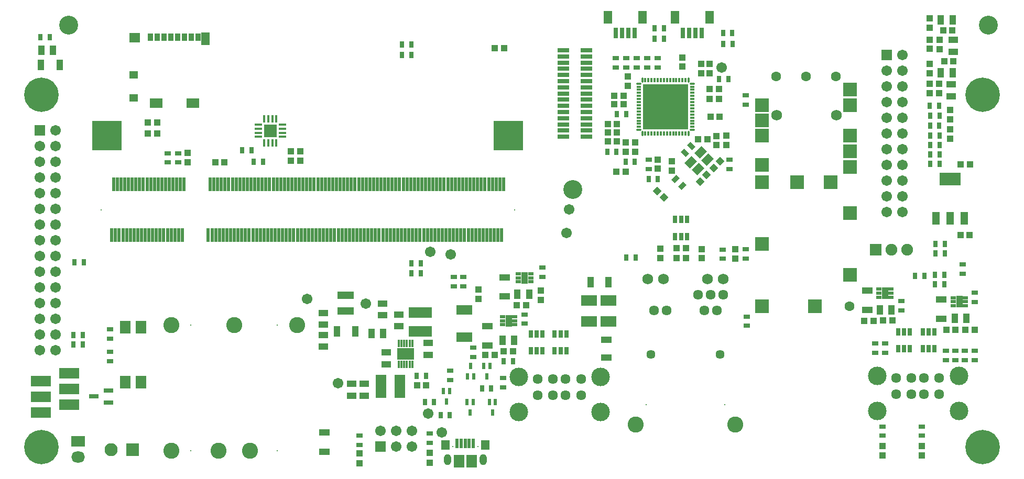
<source format=gts>
G04*
G04 #@! TF.GenerationSoftware,Altium Limited,Altium Designer,21.2.2 (38)*
G04*
G04 Layer_Color=8388736*
%FSAX25Y25*%
%MOIN*%
G70*
G04*
G04 #@! TF.SameCoordinates,D0FF6B23-36CC-4740-AB7B-40CE6848005B*
G04*
G04*
G04 #@! TF.FilePolarity,Negative*
G04*
G01*
G75*
%ADD75R,0.04343X0.03162*%
%ADD76C,0.06706*%
%ADD77R,0.06706X0.06706*%
%ADD78R,0.04724X0.01575*%
%ADD79R,0.01575X0.04724*%
%ADD80R,0.08268X0.08268*%
%ADD81R,0.03162X0.04343*%
%ADD82R,0.03950X0.03950*%
%ADD83R,0.03162X0.06902*%
%ADD84R,0.05524X0.07887*%
%ADD85R,0.03162X0.04737*%
%ADD86R,0.03950X0.03950*%
G04:AMPARAMS|DCode=87|XSize=14.96mil|YSize=31.1mil|CornerRadius=4.17mil|HoleSize=0mil|Usage=FLASHONLY|Rotation=270.000|XOffset=0mil|YOffset=0mil|HoleType=Round|Shape=RoundedRectangle|*
%AMROUNDEDRECTD87*
21,1,0.01496,0.02276,0,0,270.0*
21,1,0.00661,0.03110,0,0,270.0*
1,1,0.00835,-0.01138,-0.00331*
1,1,0.00835,-0.01138,0.00331*
1,1,0.00835,0.01138,0.00331*
1,1,0.00835,0.01138,-0.00331*
%
%ADD87ROUNDEDRECTD87*%
G04:AMPARAMS|DCode=88|XSize=14.96mil|YSize=31.1mil|CornerRadius=4.17mil|HoleSize=0mil|Usage=FLASHONLY|Rotation=180.000|XOffset=0mil|YOffset=0mil|HoleType=Round|Shape=RoundedRectangle|*
%AMROUNDEDRECTD88*
21,1,0.01496,0.02276,0,0,180.0*
21,1,0.00661,0.03110,0,0,180.0*
1,1,0.00835,-0.00331,0.01138*
1,1,0.00835,0.00331,0.01138*
1,1,0.00835,0.00331,-0.01138*
1,1,0.00835,-0.00331,-0.01138*
%
%ADD88ROUNDEDRECTD88*%
%ADD89R,0.03110X0.01496*%
%ADD90R,0.01496X0.03110*%
%ADD91R,0.29134X0.29134*%
%ADD92C,0.12000*%
%ADD93R,0.03753X0.01981*%
%ADD94R,0.04068X0.07296*%
%ADD95R,0.04343X0.05918*%
%ADD96R,0.05918X0.04343*%
%ADD97R,0.07099X0.04343*%
%ADD98P,0.05586X4X180.0*%
%ADD99P,0.05586X4X90.0*%
%ADD100R,0.18517X0.18910*%
%ADD101R,0.02178X0.08674*%
%ADD102R,0.07296X0.03162*%
%ADD103R,0.12611X0.06706*%
%ADD104R,0.14973X0.06706*%
%ADD105R,0.02375X0.04147*%
G04:AMPARAMS|DCode=106|XSize=31.62mil|YSize=43.43mil|CornerRadius=0mil|HoleSize=0mil|Usage=FLASHONLY|Rotation=135.000|XOffset=0mil|YOffset=0mil|HoleType=Round|Shape=Rectangle|*
%AMROTATEDRECTD106*
4,1,4,0.02654,0.00418,-0.00418,-0.02654,-0.02654,-0.00418,0.00418,0.02654,0.02654,0.00418,0.0*
%
%ADD106ROTATEDRECTD106*%

G04:AMPARAMS|DCode=107|XSize=31.62mil|YSize=43.43mil|CornerRadius=0mil|HoleSize=0mil|Usage=FLASHONLY|Rotation=45.000|XOffset=0mil|YOffset=0mil|HoleType=Round|Shape=Rectangle|*
%AMROTATEDRECTD107*
4,1,4,0.00418,-0.02654,-0.02654,0.00418,-0.00418,0.02654,0.02654,-0.00418,0.00418,-0.02654,0.0*
%
%ADD107ROTATEDRECTD107*%

%ADD108R,0.01784X0.04737*%
%ADD109R,0.10642X0.07493*%
%ADD110R,0.04737X0.08083*%
%ADD111R,0.13398X0.08083*%
%ADD112R,0.01981X0.06115*%
G04:AMPARAMS|DCode=113|XSize=63.12mil|YSize=51.31mil|CornerRadius=0mil|HoleSize=0mil|Usage=FLASHONLY|Rotation=225.000|XOffset=0mil|YOffset=0mil|HoleType=Round|Shape=Rectangle|*
%AMROTATEDRECTD113*
4,1,4,0.00418,0.04046,0.04046,0.00418,-0.00418,-0.04046,-0.04046,-0.00418,0.00418,0.04046,0.0*
%
%ADD113ROTATEDRECTD113*%

%ADD114R,0.06706X0.14973*%
%ADD115R,0.04343X0.07099*%
%ADD116R,0.08280X0.06115*%
%ADD117R,0.05406X0.07887*%
%ADD118R,0.03753X0.05131*%
%ADD119R,0.06902X0.06115*%
%ADD120R,0.05524X0.04737*%
%ADD121R,0.07099X0.08083*%
%ADD122R,0.06312X0.03162*%
%ADD123R,0.02572X0.05131*%
%ADD124R,0.10446X0.06902*%
%ADD125R,0.05524X0.06312*%
%ADD126R,0.06902X0.08280*%
%ADD127R,0.01968X0.05906*%
%ADD128C,0.11824*%
%ADD129C,0.06343*%
%ADD130C,0.21850*%
%ADD131R,0.00800X0.00800*%
%ADD132R,0.06706X0.06706*%
%ADD133C,0.06312*%
%ADD134R,0.08674X0.08674*%
%ADD135C,0.06902*%
%ADD136C,0.00800*%
%ADD137C,0.05721*%
%ADD138C,0.10249*%
%ADD139C,0.06824*%
%ADD140R,0.08674X0.07099*%
%ADD141O,0.08674X0.07099*%
%ADD142R,0.08280X0.08280*%
%ADD143C,0.08280*%
%ADD144C,0.07493*%
%ADD145R,0.07493X0.07493*%
%ADD146O,0.04737X0.07099*%
D75*
X0985626Y0363098D02*
D03*
Y0369004D02*
D03*
X0978894Y0363150D02*
D03*
Y0369055D02*
D03*
X0972142Y0363146D02*
D03*
Y0369051D02*
D03*
X0965421Y0363122D02*
D03*
Y0369027D02*
D03*
X0687207Y0308506D02*
D03*
Y0302600D02*
D03*
X0680419Y0308506D02*
D03*
Y0302600D02*
D03*
X0802498Y0122843D02*
D03*
Y0128748D02*
D03*
X0846998Y0124045D02*
D03*
Y0129951D02*
D03*
X0860248Y0169998D02*
D03*
Y0164093D02*
D03*
X0874658Y0178776D02*
D03*
Y0184681D02*
D03*
X1136665Y0187240D02*
D03*
Y0181335D02*
D03*
X0868555Y0229760D02*
D03*
Y0223854D02*
D03*
X0862453Y0229760D02*
D03*
Y0223854D02*
D03*
X0986469Y0298362D02*
D03*
Y0304268D02*
D03*
X1048083Y0247378D02*
D03*
Y0241472D02*
D03*
X1033614Y0247181D02*
D03*
Y0241276D02*
D03*
X0992157Y0369031D02*
D03*
Y0363126D02*
D03*
X1037945Y0298362D02*
D03*
Y0304268D02*
D03*
X1135248Y0134498D02*
D03*
Y0128593D02*
D03*
X1159998Y0134498D02*
D03*
Y0128593D02*
D03*
X1175346Y0176709D02*
D03*
Y0182614D02*
D03*
X1187551Y0176709D02*
D03*
Y0182614D02*
D03*
X1181449Y0176709D02*
D03*
Y0182614D02*
D03*
X1193653Y0176709D02*
D03*
Y0182614D02*
D03*
X1048969Y0198559D02*
D03*
Y0204465D02*
D03*
X1047984Y0339307D02*
D03*
Y0345213D02*
D03*
X0643850Y0196394D02*
D03*
Y0190488D02*
D03*
X0643653Y0176118D02*
D03*
Y0182024D02*
D03*
X0893752Y0165291D02*
D03*
Y0159386D02*
D03*
X0907433Y0205842D02*
D03*
Y0199937D02*
D03*
X0918653Y0235567D02*
D03*
Y0229661D02*
D03*
X1193850Y0219720D02*
D03*
Y0213815D02*
D03*
X1186075Y0231827D02*
D03*
Y0237732D02*
D03*
X1147098Y0208401D02*
D03*
Y0214307D02*
D03*
X1130563Y0187240D02*
D03*
Y0181335D02*
D03*
D76*
X1147886Y0271118D02*
D03*
X1137886D02*
D03*
X1147886Y0281118D02*
D03*
X1137886D02*
D03*
Y0291118D02*
D03*
X1147886D02*
D03*
Y0301118D02*
D03*
X1137886D02*
D03*
Y0311118D02*
D03*
X1147886D02*
D03*
Y0321118D02*
D03*
X1137886D02*
D03*
Y0331118D02*
D03*
X1147886D02*
D03*
Y0341118D02*
D03*
X1137886D02*
D03*
Y0351118D02*
D03*
X1147886D02*
D03*
X1137886Y0361118D02*
D03*
X1147886D02*
D03*
Y0371118D02*
D03*
X0788831Y0161945D02*
D03*
X0806646Y0212535D02*
D03*
X0847591Y0245606D02*
D03*
X0860386Y0244130D02*
D03*
X0769146Y0215587D02*
D03*
X0935681Y0272772D02*
D03*
X0934106Y0257614D02*
D03*
X1032925Y0363028D02*
D03*
X0854677Y0130646D02*
D03*
X0846114Y0142850D02*
D03*
X0815748Y0131795D02*
D03*
X0825748Y0121795D02*
D03*
Y0131795D02*
D03*
X0835748Y0121795D02*
D03*
Y0131795D02*
D03*
X0609264Y0322988D02*
D03*
X0599264Y0312988D02*
D03*
X0609264D02*
D03*
X0599264Y0302988D02*
D03*
X0609264D02*
D03*
X0599264Y0292988D02*
D03*
X0609264D02*
D03*
X0599264Y0282988D02*
D03*
X0609264D02*
D03*
X0599264Y0272988D02*
D03*
X0609264D02*
D03*
X0599264Y0262988D02*
D03*
X0609264D02*
D03*
X0599264Y0252988D02*
D03*
X0609264D02*
D03*
X0599264Y0242988D02*
D03*
X0609264D02*
D03*
X0599264Y0232988D02*
D03*
X0609264D02*
D03*
X0599264Y0222988D02*
D03*
X0609264D02*
D03*
X0599264Y0212988D02*
D03*
X0609264D02*
D03*
X0599264Y0202988D02*
D03*
X0609264D02*
D03*
X0599264Y0192988D02*
D03*
X0609264D02*
D03*
X0599264Y0182988D02*
D03*
X0609264D02*
D03*
D77*
X1137886Y0371118D02*
D03*
X0599264Y0322988D02*
D03*
D78*
X0753398Y0318933D02*
D03*
Y0321492D02*
D03*
Y0324051D02*
D03*
Y0326610D02*
D03*
X0738043D02*
D03*
Y0324051D02*
D03*
Y0321492D02*
D03*
Y0318933D02*
D03*
D79*
X0749559Y0330449D02*
D03*
X0747000D02*
D03*
X0744441D02*
D03*
X0741882D02*
D03*
Y0315094D02*
D03*
X0744441D02*
D03*
X0747000D02*
D03*
X0749559D02*
D03*
D80*
X0745720Y0322772D02*
D03*
D81*
X0733713Y0310370D02*
D03*
X0727807D02*
D03*
X0741094Y0303185D02*
D03*
X0735189D02*
D03*
X1033811Y0378087D02*
D03*
X1039717D02*
D03*
X1033713Y0384976D02*
D03*
X1039618D02*
D03*
X0990209Y0381335D02*
D03*
X0996114D02*
D03*
X0990209Y0388126D02*
D03*
X0996114D02*
D03*
X0838795Y0166545D02*
D03*
X0844701D02*
D03*
X0835482Y0371069D02*
D03*
X0829577D02*
D03*
X0835530Y0377569D02*
D03*
X0829624D02*
D03*
X0841390Y0238224D02*
D03*
X0835484D02*
D03*
X0841403Y0232189D02*
D03*
X0835498D02*
D03*
X1155858Y0230252D02*
D03*
X1161764D02*
D03*
X0621114Y0238913D02*
D03*
X0627020D02*
D03*
X0626331Y0192555D02*
D03*
X0620425D02*
D03*
X0620425Y0186551D02*
D03*
X0626331D02*
D03*
X0986370Y0292063D02*
D03*
X0992276D02*
D03*
X0971705Y0302988D02*
D03*
X0977610D02*
D03*
X0972197Y0333205D02*
D03*
X0966291D02*
D03*
X0972197Y0242063D02*
D03*
X0978102D02*
D03*
X0960006Y0309399D02*
D03*
X0965911D02*
D03*
X1031252Y0355744D02*
D03*
X1037158D02*
D03*
X0844045Y0150045D02*
D03*
X0849951D02*
D03*
X0854045Y0141795D02*
D03*
X0859951D02*
D03*
X0599461Y0382417D02*
D03*
X0605366D02*
D03*
X1165504Y0313815D02*
D03*
X1171409D02*
D03*
X1165492Y0319837D02*
D03*
X1171398D02*
D03*
X1165307Y0338618D02*
D03*
X1171213D02*
D03*
X1165492Y0332337D02*
D03*
X1171398D02*
D03*
X1174547Y0224892D02*
D03*
X1168642D02*
D03*
X1168642Y0230892D02*
D03*
X1174547D02*
D03*
X1165405Y0326118D02*
D03*
X1171311D02*
D03*
X1174854Y0244720D02*
D03*
X1168949D02*
D03*
X1168850Y0250724D02*
D03*
X1174756D02*
D03*
X1165492Y0307693D02*
D03*
X1171398D02*
D03*
X1165492Y0301587D02*
D03*
X1171398D02*
D03*
X0880366Y0158795D02*
D03*
X0886272D02*
D03*
X0894244Y0176118D02*
D03*
X0900150D02*
D03*
D82*
X0764913Y0309681D02*
D03*
Y0303776D02*
D03*
X0758713Y0309583D02*
D03*
Y0303677D02*
D03*
X0693161Y0308598D02*
D03*
Y0302693D02*
D03*
X1020130Y0241571D02*
D03*
Y0247476D02*
D03*
X0993752Y0241669D02*
D03*
Y0247575D02*
D03*
X1041587Y0241374D02*
D03*
Y0247280D02*
D03*
X0972984Y0351315D02*
D03*
Y0357220D02*
D03*
X1007905Y0369524D02*
D03*
Y0363618D02*
D03*
X0992228Y0298559D02*
D03*
Y0304465D02*
D03*
X1035681Y0313717D02*
D03*
Y0319622D02*
D03*
X1001134Y0297378D02*
D03*
Y0303283D02*
D03*
X1025150Y0365390D02*
D03*
Y0359484D02*
D03*
X1019650Y0365390D02*
D03*
Y0359484D02*
D03*
X0878201Y0215685D02*
D03*
Y0221590D02*
D03*
X1165110Y0365390D02*
D03*
Y0359484D02*
D03*
X1165043Y0394338D02*
D03*
Y0388433D02*
D03*
X1171311Y0346787D02*
D03*
Y0352693D02*
D03*
X1178224Y0336035D02*
D03*
Y0330130D02*
D03*
X1171606Y0374858D02*
D03*
Y0380764D02*
D03*
X1165110Y0346787D02*
D03*
Y0352693D02*
D03*
X1178173Y0317783D02*
D03*
Y0323689D02*
D03*
X1165043Y0374933D02*
D03*
Y0380839D02*
D03*
X0802498Y0111146D02*
D03*
Y0117445D02*
D03*
X0846998Y0111396D02*
D03*
Y0117695D02*
D03*
X1135248Y0115896D02*
D03*
Y0122195D02*
D03*
X1159998Y0115896D02*
D03*
Y0122195D02*
D03*
X1029480Y0313618D02*
D03*
Y0319524D02*
D03*
X0917768Y0221000D02*
D03*
Y0215094D02*
D03*
D83*
X1008220Y0384927D02*
D03*
X1012158D02*
D03*
X1016094D02*
D03*
X1020032D02*
D03*
X0965602D02*
D03*
X0969539D02*
D03*
X0973476D02*
D03*
X0977413D02*
D03*
D84*
X1025150Y0394868D02*
D03*
X1003102D02*
D03*
X0982532D02*
D03*
X0960484D02*
D03*
D85*
X1010779Y0266276D02*
D03*
X1007039D02*
D03*
X1003299D02*
D03*
Y0255449D02*
D03*
X1007039D02*
D03*
X1010779D02*
D03*
X0915110Y0193441D02*
D03*
Y0182614D02*
D03*
X0918850D02*
D03*
X0911370D02*
D03*
X0918850Y0193441D02*
D03*
X0911370D02*
D03*
X0930366D02*
D03*
X0926626Y0182614D02*
D03*
X0930366D02*
D03*
X0934106D02*
D03*
Y0193441D02*
D03*
X0926626D02*
D03*
X1168260Y0194720D02*
D03*
X1164520D02*
D03*
X1160779D02*
D03*
Y0183894D02*
D03*
X1164520D02*
D03*
X1168260D02*
D03*
X1152610Y0194720D02*
D03*
X1148870D02*
D03*
X1145130D02*
D03*
Y0183894D02*
D03*
X1148870D02*
D03*
X1152610D02*
D03*
D86*
X1010091Y0241571D02*
D03*
X1004185D02*
D03*
X0844951Y0160545D02*
D03*
X0839045D02*
D03*
X0716587Y0302791D02*
D03*
X0710681D02*
D03*
X1184697Y0256433D02*
D03*
X1190602D02*
D03*
X1190799Y0301512D02*
D03*
X1184894D02*
D03*
X0894441Y0375429D02*
D03*
X0888535D02*
D03*
X1004185Y0247870D02*
D03*
X1010091D02*
D03*
X0965799Y0296590D02*
D03*
X0971705D02*
D03*
X0964626Y0339551D02*
D03*
X0970531D02*
D03*
X1031055Y0349248D02*
D03*
X1025150D02*
D03*
X0960376Y0327051D02*
D03*
X0966282D02*
D03*
X0971876Y0315504D02*
D03*
X0977781D02*
D03*
X0971876Y0309276D02*
D03*
X0977781D02*
D03*
X1031055Y0343146D02*
D03*
X1025150D02*
D03*
X1031646Y0331827D02*
D03*
X1025740D02*
D03*
X1023772Y0317260D02*
D03*
X1017866D02*
D03*
X0960376Y0321551D02*
D03*
X0966282D02*
D03*
X0964626Y0345051D02*
D03*
X0970531D02*
D03*
X0894244Y0182516D02*
D03*
X0900150D02*
D03*
X1173732Y0386677D02*
D03*
X1179638D02*
D03*
X1174370Y0366988D02*
D03*
X1180276D02*
D03*
X0960376Y0316051D02*
D03*
X0966282D02*
D03*
X0667965Y0320901D02*
D03*
X0673870D02*
D03*
X0667965Y0327890D02*
D03*
X0673870D02*
D03*
X0888535Y0179957D02*
D03*
X0882630D02*
D03*
X0908319Y0211748D02*
D03*
X0902413D02*
D03*
X1187945Y0196000D02*
D03*
X1193850D02*
D03*
X1181646D02*
D03*
X1175740D02*
D03*
X1123575Y0201807D02*
D03*
X1129480D02*
D03*
X1135583Y0201905D02*
D03*
X1141488D02*
D03*
D87*
X0980110Y0323287D02*
D03*
X1014047D02*
D03*
Y0352815D02*
D03*
X0980110D02*
D03*
D88*
X0982315Y0321083D02*
D03*
X1011843Y0355020D02*
D03*
X0982315D02*
D03*
X1011843Y0321083D02*
D03*
D89*
X1014047Y0325256D02*
D03*
Y0327224D02*
D03*
Y0329193D02*
D03*
Y0331161D02*
D03*
Y0333130D02*
D03*
Y0335098D02*
D03*
Y0337067D02*
D03*
Y0339035D02*
D03*
Y0341004D02*
D03*
Y0342972D02*
D03*
Y0344941D02*
D03*
Y0346909D02*
D03*
Y0348878D02*
D03*
Y0350846D02*
D03*
X0980110D02*
D03*
Y0348878D02*
D03*
Y0346909D02*
D03*
Y0344941D02*
D03*
Y0342972D02*
D03*
Y0341004D02*
D03*
Y0339035D02*
D03*
Y0337067D02*
D03*
Y0335098D02*
D03*
Y0333130D02*
D03*
Y0331161D02*
D03*
Y0329193D02*
D03*
Y0327224D02*
D03*
Y0325256D02*
D03*
D90*
X1009874Y0355020D02*
D03*
X1007905D02*
D03*
X1005937D02*
D03*
X1003969D02*
D03*
X1002000D02*
D03*
X1000031D02*
D03*
X0998063D02*
D03*
X0996094D02*
D03*
X0994126D02*
D03*
X0992157D02*
D03*
X0990189D02*
D03*
X0988220D02*
D03*
X0986252D02*
D03*
X0984283D02*
D03*
Y0321083D02*
D03*
X0986252D02*
D03*
X0988220D02*
D03*
X0990189D02*
D03*
X0992157D02*
D03*
X0994126D02*
D03*
X0996094D02*
D03*
X0998063D02*
D03*
X1000031D02*
D03*
X1002000D02*
D03*
X1003969D02*
D03*
X1005937D02*
D03*
X1007905D02*
D03*
X1009874D02*
D03*
D91*
X0997079Y0338051D02*
D03*
D92*
X0617571Y0389898D02*
D03*
X0938240Y0285370D02*
D03*
X1202498Y0390045D02*
D03*
D93*
X0901291Y0199248D02*
D03*
Y0201807D02*
D03*
Y0204366D02*
D03*
X0893496Y0199248D02*
D03*
Y0201807D02*
D03*
Y0204366D02*
D03*
X0911331Y0226610D02*
D03*
Y0229169D02*
D03*
Y0231728D02*
D03*
X0903535Y0226610D02*
D03*
Y0229169D02*
D03*
Y0231728D02*
D03*
X1187906Y0211354D02*
D03*
Y0213913D02*
D03*
Y0216472D02*
D03*
X1180110Y0211354D02*
D03*
Y0213913D02*
D03*
Y0216472D02*
D03*
X1140563Y0216768D02*
D03*
Y0219327D02*
D03*
Y0221886D02*
D03*
X1132768Y0216768D02*
D03*
Y0219327D02*
D03*
Y0221886D02*
D03*
D94*
X0897394Y0201807D02*
D03*
X0907433Y0229169D02*
D03*
X1184008Y0213913D02*
D03*
X1136665Y0219327D02*
D03*
D95*
X0810008Y0193795D02*
D03*
X0817488D02*
D03*
X1179776Y0359799D02*
D03*
X1172295D02*
D03*
X1179677Y0393264D02*
D03*
X1172197D02*
D03*
X0607531Y0374150D02*
D03*
X0600051D02*
D03*
X0900937Y0189406D02*
D03*
X0893457D02*
D03*
X0910386Y0218736D02*
D03*
X0902905D02*
D03*
X1188634Y0203480D02*
D03*
X1181153D02*
D03*
X1140799Y0208697D02*
D03*
X1133319D02*
D03*
D96*
X0805498Y0154055D02*
D03*
Y0161535D02*
D03*
X0797498Y0154055D02*
D03*
Y0161535D02*
D03*
X0827498Y0205785D02*
D03*
Y0198305D02*
D03*
X0845998Y0187535D02*
D03*
Y0180055D02*
D03*
X0819498Y0174055D02*
D03*
Y0181535D02*
D03*
X0816998Y0212785D02*
D03*
Y0205305D02*
D03*
X0779498Y0199305D02*
D03*
Y0206785D02*
D03*
Y0192785D02*
D03*
Y0185305D02*
D03*
X1178890Y0344819D02*
D03*
Y0352299D02*
D03*
X1180169Y0373087D02*
D03*
Y0380567D02*
D03*
D97*
X0780248Y0130648D02*
D03*
Y0118443D02*
D03*
X0883713Y0198264D02*
D03*
Y0186059D02*
D03*
X0894835Y0229465D02*
D03*
Y0217260D02*
D03*
X0959498Y0189754D02*
D03*
Y0178337D02*
D03*
X1172591Y0215291D02*
D03*
Y0203087D02*
D03*
X1125346Y0221000D02*
D03*
Y0208795D02*
D03*
D98*
X0996135Y0280329D02*
D03*
X0991959Y0284505D02*
D03*
D99*
X1019125Y0290369D02*
D03*
X1023300Y0294545D02*
D03*
X1031863Y0303206D02*
D03*
X1027688Y0299030D02*
D03*
D100*
X0641746Y0319648D02*
D03*
X0897258D02*
D03*
D101*
X0644896Y0256262D02*
D03*
X0647258D02*
D03*
X0649620D02*
D03*
X0651982D02*
D03*
X0654344D02*
D03*
X0656707D02*
D03*
X0659069D02*
D03*
X0661431D02*
D03*
X0663793D02*
D03*
X0666155D02*
D03*
X0668518D02*
D03*
X0670880D02*
D03*
X0673242D02*
D03*
X0675604D02*
D03*
X0677966D02*
D03*
X0680329D02*
D03*
X0682691D02*
D03*
X0685053D02*
D03*
X0687415D02*
D03*
X0689778D02*
D03*
X0646077Y0288545D02*
D03*
X0648439D02*
D03*
X0650801D02*
D03*
X0653163D02*
D03*
X0655526D02*
D03*
X0657888D02*
D03*
X0660250D02*
D03*
X0662612D02*
D03*
X0664974D02*
D03*
X0667337D02*
D03*
X0669699D02*
D03*
X0672061D02*
D03*
X0674423D02*
D03*
X0676785D02*
D03*
X0679148D02*
D03*
X0681510D02*
D03*
X0683872D02*
D03*
X0686234D02*
D03*
X0688596D02*
D03*
X0690959D02*
D03*
X0706313Y0256262D02*
D03*
X0708675D02*
D03*
X0711037D02*
D03*
X0713400D02*
D03*
X0715762D02*
D03*
X0718124D02*
D03*
X0720486D02*
D03*
X0722848D02*
D03*
X0725211D02*
D03*
X0727573D02*
D03*
X0729935D02*
D03*
X0732297D02*
D03*
X0734659D02*
D03*
X0737022D02*
D03*
X0739384D02*
D03*
X0741746D02*
D03*
X0744108D02*
D03*
X0746470D02*
D03*
X0748833D02*
D03*
X0751195D02*
D03*
X0753557D02*
D03*
X0755919D02*
D03*
X0758282D02*
D03*
X0760644D02*
D03*
X0763006D02*
D03*
X0765368D02*
D03*
X0767730D02*
D03*
X0770092D02*
D03*
X0772455D02*
D03*
X0774817D02*
D03*
X0777179D02*
D03*
X0779541D02*
D03*
X0781904D02*
D03*
X0784266D02*
D03*
X0786628D02*
D03*
X0788990D02*
D03*
X0791352D02*
D03*
X0793715D02*
D03*
X0796077D02*
D03*
X0798439D02*
D03*
X0800801D02*
D03*
X0803163D02*
D03*
X0805526D02*
D03*
X0807888D02*
D03*
X0810250D02*
D03*
X0812612D02*
D03*
X0814974D02*
D03*
X0817337D02*
D03*
X0819699D02*
D03*
X0822061D02*
D03*
X0824423D02*
D03*
X0826785D02*
D03*
X0829148D02*
D03*
X0836234D02*
D03*
X0838596D02*
D03*
X0840959D02*
D03*
X0843321D02*
D03*
X0850408D02*
D03*
X0857494D02*
D03*
X0859856D02*
D03*
X0862218D02*
D03*
X0864581D02*
D03*
X0866943D02*
D03*
X0869305D02*
D03*
X0871667D02*
D03*
X0874030D02*
D03*
X0876392D02*
D03*
X0878754D02*
D03*
X0881116D02*
D03*
X0883478D02*
D03*
X0885841D02*
D03*
X0888203D02*
D03*
X0890565D02*
D03*
X0892927D02*
D03*
X0707494Y0288545D02*
D03*
X0709856D02*
D03*
X0712219D02*
D03*
X0714581D02*
D03*
X0716943D02*
D03*
X0719305D02*
D03*
X0721667D02*
D03*
X0724029D02*
D03*
X0726392D02*
D03*
X0728754D02*
D03*
X0731116D02*
D03*
X0733478D02*
D03*
X0735841D02*
D03*
X0738203D02*
D03*
X0740565D02*
D03*
X0742927D02*
D03*
X0745289D02*
D03*
X0747651D02*
D03*
X0750014D02*
D03*
X0752376D02*
D03*
X0754738D02*
D03*
X0757100D02*
D03*
X0759463D02*
D03*
X0761825D02*
D03*
X0764187D02*
D03*
X0766549D02*
D03*
X0768911D02*
D03*
X0771274D02*
D03*
X0773636D02*
D03*
X0775998D02*
D03*
X0778360D02*
D03*
X0780722D02*
D03*
X0783085D02*
D03*
X0785447D02*
D03*
X0787809D02*
D03*
X0790171D02*
D03*
X0792533D02*
D03*
X0794896D02*
D03*
X0797258D02*
D03*
X0799620D02*
D03*
X0801982D02*
D03*
X0804344D02*
D03*
X0806707D02*
D03*
X0809069D02*
D03*
X0811431D02*
D03*
X0813793D02*
D03*
X0816156D02*
D03*
X0818518D02*
D03*
X0820880D02*
D03*
X0823242D02*
D03*
X0825604D02*
D03*
X0827966D02*
D03*
X0830329D02*
D03*
X0832691D02*
D03*
X0835053D02*
D03*
X0837415D02*
D03*
X0839777D02*
D03*
X0842140D02*
D03*
X0844502D02*
D03*
X0846864D02*
D03*
X0849226D02*
D03*
X0851589D02*
D03*
X0853951D02*
D03*
X0856313D02*
D03*
X0858675D02*
D03*
X0861037D02*
D03*
X0863400D02*
D03*
X0865762D02*
D03*
X0868124D02*
D03*
X0870486D02*
D03*
X0872848D02*
D03*
X0875211D02*
D03*
X0877573D02*
D03*
X0879935D02*
D03*
X0882297D02*
D03*
X0884659D02*
D03*
X0887022D02*
D03*
X0889384D02*
D03*
X0891746D02*
D03*
X0894108D02*
D03*
X0855132Y0256262D02*
D03*
X0852770D02*
D03*
X0848045D02*
D03*
X0845683D02*
D03*
X0833872D02*
D03*
X0831510D02*
D03*
D102*
X0932039Y0350429D02*
D03*
Y0346492D02*
D03*
Y0318933D02*
D03*
Y0330744D02*
D03*
Y0334681D02*
D03*
Y0338618D02*
D03*
Y0342555D02*
D03*
Y0354366D02*
D03*
Y0358303D02*
D03*
Y0362240D02*
D03*
Y0366177D02*
D03*
Y0370114D02*
D03*
Y0374051D02*
D03*
X0946705D02*
D03*
Y0370114D02*
D03*
Y0366177D02*
D03*
Y0362240D02*
D03*
Y0358303D02*
D03*
Y0354366D02*
D03*
Y0350429D02*
D03*
Y0346492D02*
D03*
Y0342555D02*
D03*
Y0338618D02*
D03*
Y0334681D02*
D03*
Y0330744D02*
D03*
Y0326807D02*
D03*
Y0322870D02*
D03*
Y0318933D02*
D03*
X0932039Y0326807D02*
D03*
Y0322870D02*
D03*
D103*
X0617669Y0148401D02*
D03*
X0599953Y0163401D02*
D03*
Y0153402D02*
D03*
Y0143402D02*
D03*
X0617669Y0168402D02*
D03*
Y0158402D02*
D03*
D104*
X0841248Y0195041D02*
D03*
Y0207049D02*
D03*
D105*
X0871114Y0166374D02*
D03*
X0875051D02*
D03*
X0873083Y0173067D02*
D03*
X0885484Y0173165D02*
D03*
X0881547D02*
D03*
X0883516Y0166472D02*
D03*
X0859717Y0156892D02*
D03*
X0855779D02*
D03*
X0857748Y0150199D02*
D03*
X0888966Y0150142D02*
D03*
X0885030D02*
D03*
X0886998Y0143449D02*
D03*
X0874854Y0150134D02*
D03*
X0870917D02*
D03*
X0872886Y0143441D02*
D03*
D106*
X1007749Y0287810D02*
D03*
X1003574Y0291986D02*
D03*
D107*
X1009381Y0308774D02*
D03*
X1013556Y0312950D02*
D03*
D108*
X0836177Y0187488D02*
D03*
X0834406D02*
D03*
X0832634D02*
D03*
X0830862D02*
D03*
X0827319D02*
D03*
Y0174102D02*
D03*
X0829090Y0187488D02*
D03*
Y0174102D02*
D03*
X0830862D02*
D03*
X0832634D02*
D03*
X0834406D02*
D03*
X0836177D02*
D03*
D109*
X0831748Y0180795D02*
D03*
D110*
X1169047Y0266965D02*
D03*
X1178102D02*
D03*
X1187158D02*
D03*
D111*
X1178102Y0291965D02*
D03*
D112*
X0867177Y0191276D02*
D03*
X0873083Y0208795D02*
D03*
X0871114D02*
D03*
X0865209D02*
D03*
X0873083Y0191276D02*
D03*
X0871114D02*
D03*
X0869146D02*
D03*
Y0208795D02*
D03*
X0867177D02*
D03*
X0865209Y0191276D02*
D03*
D113*
X1017720Y0298289D02*
D03*
X1019390Y0308868D02*
D03*
X1023845Y0304414D02*
D03*
X1013266Y0302744D02*
D03*
D114*
X0828002Y0160045D02*
D03*
X0815994D02*
D03*
D115*
X0611961Y0364602D02*
D03*
X0599756D02*
D03*
X0799707Y0195045D02*
D03*
X0788289D02*
D03*
X0960957Y0226295D02*
D03*
X0949539D02*
D03*
D116*
X0696606Y0340291D02*
D03*
X0672984D02*
D03*
D117*
X0704480Y0381236D02*
D03*
D118*
X0699756Y0382417D02*
D03*
X0695425D02*
D03*
X0691094D02*
D03*
X0686764D02*
D03*
X0682433D02*
D03*
X0678102D02*
D03*
X0673772D02*
D03*
X0669441D02*
D03*
D119*
X0659598Y0382024D02*
D03*
D120*
X0658811Y0358401D02*
D03*
Y0343835D02*
D03*
D121*
X0663319Y0197673D02*
D03*
X0653319D02*
D03*
X0663319Y0162831D02*
D03*
X0653319D02*
D03*
D122*
X0633516Y0153579D02*
D03*
X0642965Y0157319D02*
D03*
Y0149838D02*
D03*
D123*
X0789909Y0207927D02*
D03*
X0792469D02*
D03*
X0795027D02*
D03*
X0797587D02*
D03*
Y0218163D02*
D03*
X0795027D02*
D03*
X0792469D02*
D03*
X0789909D02*
D03*
D124*
X0960949Y0214545D02*
D03*
X0948547D02*
D03*
X0960949Y0201295D02*
D03*
X0948547D02*
D03*
D125*
X0857150Y0122770D02*
D03*
X0882346D02*
D03*
D126*
X0865713Y0112435D02*
D03*
X0873783D02*
D03*
D127*
X0864630Y0123655D02*
D03*
X0872307D02*
D03*
X0874866D02*
D03*
X0869748D02*
D03*
X0867189D02*
D03*
D128*
X1183713Y0144484D02*
D03*
Y0166846D02*
D03*
X1131744Y0144484D02*
D03*
Y0166846D02*
D03*
X0955742Y0143626D02*
D03*
Y0165988D02*
D03*
X0903774Y0143626D02*
D03*
Y0165988D02*
D03*
D129*
X1143752Y0165488D02*
D03*
X1171311D02*
D03*
X1153594D02*
D03*
X1161469D02*
D03*
Y0155154D02*
D03*
X1153594D02*
D03*
X1171311D02*
D03*
X1143752D02*
D03*
X1029728Y0208295D02*
D03*
X1021736D02*
D03*
X0997760D02*
D03*
X0989768D02*
D03*
X1033724Y0218295D02*
D03*
X1025732D02*
D03*
X1017740D02*
D03*
X0915781Y0164630D02*
D03*
X0943340D02*
D03*
X0925624D02*
D03*
X0933498D02*
D03*
X0943340Y0154295D02*
D03*
X0915781D02*
D03*
X0925624D02*
D03*
X0933498D02*
D03*
D130*
X1198673Y0345705D02*
D03*
X0600248Y0121295D02*
D03*
X1198673D02*
D03*
X0600248Y0345705D02*
D03*
D131*
X0877709Y0121689D02*
D03*
X0861764D02*
D03*
D132*
X0815748Y0121795D02*
D03*
D133*
X1067604Y0357374D02*
D03*
X1114311Y0211165D02*
D03*
X1105404Y0357374D02*
D03*
X1086502D02*
D03*
D134*
X1114604Y0299832D02*
D03*
X1058504Y0329374D02*
D03*
Y0289974D02*
D03*
Y0250574D02*
D03*
Y0319574D02*
D03*
Y0301074D02*
D03*
Y0211174D02*
D03*
X1080904Y0289974D02*
D03*
X1102104D02*
D03*
X1114604Y0270274D02*
D03*
Y0230874D02*
D03*
X1092304Y0211174D02*
D03*
X1114604Y0309674D02*
D03*
Y0319574D02*
D03*
Y0339174D02*
D03*
Y0349074D02*
D03*
X1058504Y0339174D02*
D03*
D135*
X1067756Y0332622D02*
D03*
X1105649Y0332819D02*
D03*
D136*
X0638006Y0272404D02*
D03*
X0900998D02*
D03*
X1034748Y0148295D02*
D03*
X0984748D02*
D03*
X0750228Y0119045D02*
D03*
Y0199045D02*
D03*
X0695228Y0119045D02*
D03*
Y0199045D02*
D03*
D137*
X0987740Y0180264D02*
D03*
X1031756D02*
D03*
D138*
X1041500Y0135775D02*
D03*
X0977996D02*
D03*
X0732748Y0119045D02*
D03*
X0712748D02*
D03*
X0722748Y0199045D02*
D03*
X0682748D02*
D03*
Y0119045D02*
D03*
X0762748Y0199045D02*
D03*
D139*
X1033744Y0228295D02*
D03*
X1023744D02*
D03*
X0995752D02*
D03*
X0985752D02*
D03*
D140*
X0623378Y0124996D02*
D03*
D141*
Y0114996D02*
D03*
D142*
X0658278Y0119795D02*
D03*
D143*
X0644498D02*
D03*
D144*
X1150937Y0246984D02*
D03*
X1140937D02*
D03*
D145*
X1130937D02*
D03*
D146*
X0858429Y0113224D02*
D03*
X0881067D02*
D03*
M02*

</source>
